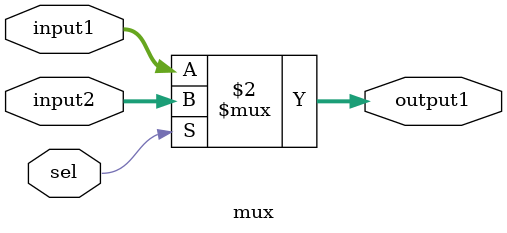
<source format=v>
module mux(input1, input2, sel, output1);
	input [31:0] input1;
	input [31:0] input2;
	input sel;
	output reg [31:0] output1;

	always @(*) begin
		output1 = sel? input2: input1;
	end
endmodule //mux

</source>
